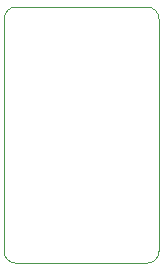
<source format=gbr>
%TF.GenerationSoftware,KiCad,Pcbnew,8.0.3*%
%TF.CreationDate,2024-10-02T14:15:05+10:00*%
%TF.ProjectId,attiny16-breakout,61747469-6e79-4313-962d-627265616b6f,rev?*%
%TF.SameCoordinates,Original*%
%TF.FileFunction,Profile,NP*%
%FSLAX46Y46*%
G04 Gerber Fmt 4.6, Leading zero omitted, Abs format (unit mm)*
G04 Created by KiCad (PCBNEW 8.0.3) date 2024-10-02 14:15:05*
%MOMM*%
%LPD*%
G01*
G04 APERTURE LIST*
%TA.AperFunction,Profile*%
%ADD10C,0.050000*%
%TD*%
G04 APERTURE END LIST*
D10*
X144400000Y-90000000D02*
G75*
G02*
X145400000Y-89000000I1000000J0D01*
G01*
X144400000Y-109700000D02*
X144400000Y-90000000D01*
X156500000Y-110700000D02*
X145400000Y-110700000D01*
X145400000Y-89000000D02*
X156500000Y-89000000D01*
X157500000Y-90000000D02*
X157500000Y-109700000D01*
X156500000Y-89000000D02*
G75*
G02*
X157500000Y-90000000I0J-1000000D01*
G01*
X145400000Y-110700000D02*
G75*
G02*
X144400000Y-109700000I0J1000000D01*
G01*
X157500000Y-109700000D02*
G75*
G02*
X156500000Y-110700000I-1000000J0D01*
G01*
M02*

</source>
